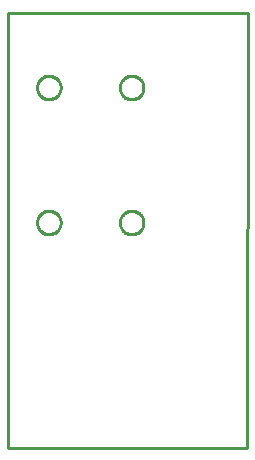
<source format=gbr>
G04 EAGLE Gerber RS-274X export*
G75*
%MOMM*%
%FSLAX34Y34*%
%LPD*%
%IN*%
%IPPOS*%
%AMOC8*
5,1,8,0,0,1.08239X$1,22.5*%
G01*
%ADD10C,0.254000*%


D10*
X0Y0D02*
X203000Y0D01*
X203200Y368300D01*
X0Y368300D01*
X0Y0D01*
X45000Y190063D02*
X44924Y189194D01*
X44772Y188334D01*
X44546Y187490D01*
X44248Y186670D01*
X43879Y185878D01*
X43442Y185122D01*
X42941Y184407D01*
X42380Y183738D01*
X41762Y183120D01*
X41093Y182559D01*
X40378Y182058D01*
X39622Y181621D01*
X38830Y181252D01*
X38010Y180954D01*
X37166Y180728D01*
X36307Y180576D01*
X35437Y180500D01*
X34563Y180500D01*
X33694Y180576D01*
X32834Y180728D01*
X31990Y180954D01*
X31170Y181252D01*
X30378Y181621D01*
X29622Y182058D01*
X28907Y182559D01*
X28238Y183120D01*
X27620Y183738D01*
X27059Y184407D01*
X26558Y185122D01*
X26121Y185878D01*
X25752Y186670D01*
X25454Y187490D01*
X25228Y188334D01*
X25076Y189194D01*
X25000Y190063D01*
X25000Y190937D01*
X25076Y191807D01*
X25228Y192666D01*
X25454Y193510D01*
X25752Y194330D01*
X26121Y195122D01*
X26558Y195878D01*
X27059Y196593D01*
X27620Y197262D01*
X28238Y197880D01*
X28907Y198441D01*
X29622Y198942D01*
X30378Y199379D01*
X31170Y199748D01*
X31990Y200046D01*
X32834Y200272D01*
X33694Y200424D01*
X34563Y200500D01*
X35437Y200500D01*
X36307Y200424D01*
X37166Y200272D01*
X38010Y200046D01*
X38830Y199748D01*
X39622Y199379D01*
X40378Y198942D01*
X41093Y198441D01*
X41762Y197880D01*
X42380Y197262D01*
X42941Y196593D01*
X43442Y195878D01*
X43879Y195122D01*
X44248Y194330D01*
X44546Y193510D01*
X44772Y192666D01*
X44924Y191807D01*
X45000Y190937D01*
X45000Y190063D01*
X115000Y190063D02*
X114924Y189194D01*
X114772Y188334D01*
X114546Y187490D01*
X114248Y186670D01*
X113879Y185878D01*
X113442Y185122D01*
X112941Y184407D01*
X112380Y183738D01*
X111762Y183120D01*
X111093Y182559D01*
X110378Y182058D01*
X109622Y181621D01*
X108830Y181252D01*
X108010Y180954D01*
X107166Y180728D01*
X106307Y180576D01*
X105437Y180500D01*
X104563Y180500D01*
X103694Y180576D01*
X102834Y180728D01*
X101990Y180954D01*
X101170Y181252D01*
X100378Y181621D01*
X99622Y182058D01*
X98907Y182559D01*
X98238Y183120D01*
X97620Y183738D01*
X97059Y184407D01*
X96558Y185122D01*
X96121Y185878D01*
X95752Y186670D01*
X95454Y187490D01*
X95228Y188334D01*
X95076Y189194D01*
X95000Y190063D01*
X95000Y190937D01*
X95076Y191807D01*
X95228Y192666D01*
X95454Y193510D01*
X95752Y194330D01*
X96121Y195122D01*
X96558Y195878D01*
X97059Y196593D01*
X97620Y197262D01*
X98238Y197880D01*
X98907Y198441D01*
X99622Y198942D01*
X100378Y199379D01*
X101170Y199748D01*
X101990Y200046D01*
X102834Y200272D01*
X103694Y200424D01*
X104563Y200500D01*
X105437Y200500D01*
X106307Y200424D01*
X107166Y200272D01*
X108010Y200046D01*
X108830Y199748D01*
X109622Y199379D01*
X110378Y198942D01*
X111093Y198441D01*
X111762Y197880D01*
X112380Y197262D01*
X112941Y196593D01*
X113442Y195878D01*
X113879Y195122D01*
X114248Y194330D01*
X114546Y193510D01*
X114772Y192666D01*
X114924Y191807D01*
X115000Y190937D01*
X115000Y190063D01*
X45000Y304363D02*
X44924Y303494D01*
X44772Y302634D01*
X44546Y301790D01*
X44248Y300970D01*
X43879Y300178D01*
X43442Y299422D01*
X42941Y298707D01*
X42380Y298038D01*
X41762Y297420D01*
X41093Y296859D01*
X40378Y296358D01*
X39622Y295921D01*
X38830Y295552D01*
X38010Y295254D01*
X37166Y295028D01*
X36307Y294876D01*
X35437Y294800D01*
X34563Y294800D01*
X33694Y294876D01*
X32834Y295028D01*
X31990Y295254D01*
X31170Y295552D01*
X30378Y295921D01*
X29622Y296358D01*
X28907Y296859D01*
X28238Y297420D01*
X27620Y298038D01*
X27059Y298707D01*
X26558Y299422D01*
X26121Y300178D01*
X25752Y300970D01*
X25454Y301790D01*
X25228Y302634D01*
X25076Y303494D01*
X25000Y304363D01*
X25000Y305237D01*
X25076Y306107D01*
X25228Y306966D01*
X25454Y307810D01*
X25752Y308630D01*
X26121Y309422D01*
X26558Y310178D01*
X27059Y310893D01*
X27620Y311562D01*
X28238Y312180D01*
X28907Y312741D01*
X29622Y313242D01*
X30378Y313679D01*
X31170Y314048D01*
X31990Y314346D01*
X32834Y314572D01*
X33694Y314724D01*
X34563Y314800D01*
X35437Y314800D01*
X36307Y314724D01*
X37166Y314572D01*
X38010Y314346D01*
X38830Y314048D01*
X39622Y313679D01*
X40378Y313242D01*
X41093Y312741D01*
X41762Y312180D01*
X42380Y311562D01*
X42941Y310893D01*
X43442Y310178D01*
X43879Y309422D01*
X44248Y308630D01*
X44546Y307810D01*
X44772Y306966D01*
X44924Y306107D01*
X45000Y305237D01*
X45000Y304363D01*
X115000Y304363D02*
X114924Y303494D01*
X114772Y302634D01*
X114546Y301790D01*
X114248Y300970D01*
X113879Y300178D01*
X113442Y299422D01*
X112941Y298707D01*
X112380Y298038D01*
X111762Y297420D01*
X111093Y296859D01*
X110378Y296358D01*
X109622Y295921D01*
X108830Y295552D01*
X108010Y295254D01*
X107166Y295028D01*
X106307Y294876D01*
X105437Y294800D01*
X104563Y294800D01*
X103694Y294876D01*
X102834Y295028D01*
X101990Y295254D01*
X101170Y295552D01*
X100378Y295921D01*
X99622Y296358D01*
X98907Y296859D01*
X98238Y297420D01*
X97620Y298038D01*
X97059Y298707D01*
X96558Y299422D01*
X96121Y300178D01*
X95752Y300970D01*
X95454Y301790D01*
X95228Y302634D01*
X95076Y303494D01*
X95000Y304363D01*
X95000Y305237D01*
X95076Y306107D01*
X95228Y306966D01*
X95454Y307810D01*
X95752Y308630D01*
X96121Y309422D01*
X96558Y310178D01*
X97059Y310893D01*
X97620Y311562D01*
X98238Y312180D01*
X98907Y312741D01*
X99622Y313242D01*
X100378Y313679D01*
X101170Y314048D01*
X101990Y314346D01*
X102834Y314572D01*
X103694Y314724D01*
X104563Y314800D01*
X105437Y314800D01*
X106307Y314724D01*
X107166Y314572D01*
X108010Y314346D01*
X108830Y314048D01*
X109622Y313679D01*
X110378Y313242D01*
X111093Y312741D01*
X111762Y312180D01*
X112380Y311562D01*
X112941Y310893D01*
X113442Y310178D01*
X113879Y309422D01*
X114248Y308630D01*
X114546Y307810D01*
X114772Y306966D01*
X114924Y306107D01*
X115000Y305237D01*
X115000Y304363D01*
M02*

</source>
